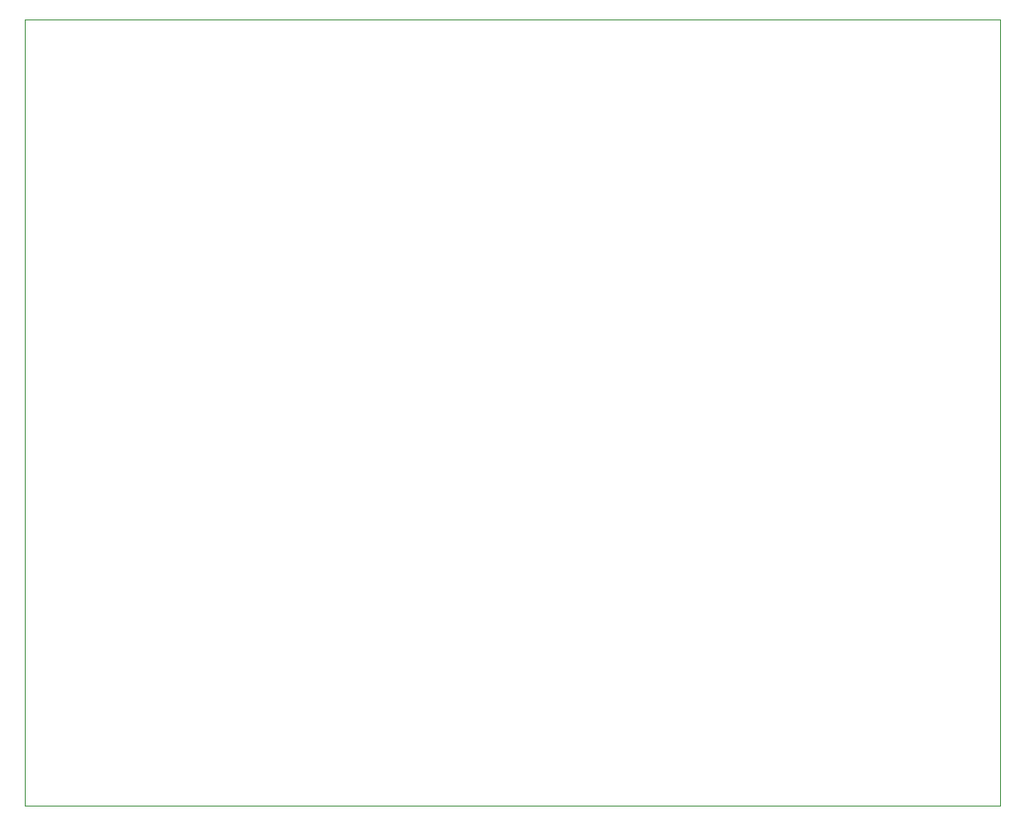
<source format=gbr>
%TF.GenerationSoftware,KiCad,Pcbnew,(5.1.9)-1*%
%TF.CreationDate,2021-08-18T01:11:22-04:00*%
%TF.ProjectId,CC2652_OnBoard,43433236-3532-45f4-9f6e-426f6172642e,rev?*%
%TF.SameCoordinates,Original*%
%TF.FileFunction,Profile,NP*%
%FSLAX46Y46*%
G04 Gerber Fmt 4.6, Leading zero omitted, Abs format (unit mm)*
G04 Created by KiCad (PCBNEW (5.1.9)-1) date 2021-08-18 01:11:22*
%MOMM*%
%LPD*%
G01*
G04 APERTURE LIST*
%TA.AperFunction,Profile*%
%ADD10C,0.050000*%
%TD*%
G04 APERTURE END LIST*
D10*
X70000000Y-44800000D02*
X163200000Y-44800000D01*
X70000000Y-120000000D02*
X70000000Y-44800000D01*
X163200000Y-120000000D02*
X70000000Y-120000000D01*
X163200000Y-44800000D02*
X163200000Y-120000000D01*
M02*

</source>
